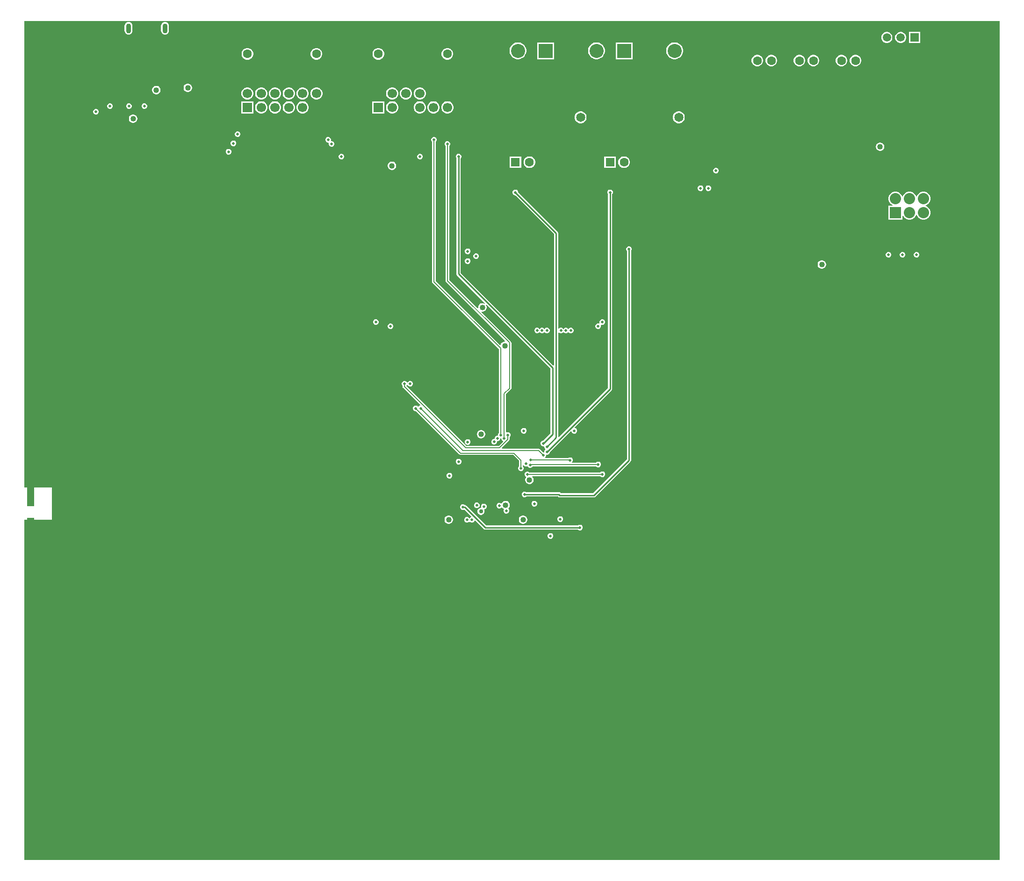
<source format=gbr>
G04*
G04 #@! TF.GenerationSoftware,Altium Limited,Altium Designer,23.2.1 (34)*
G04*
G04 Layer_Physical_Order=2*
G04 Layer_Color=36540*
%FSLAX44Y44*%
%MOMM*%
G71*
G04*
G04 #@! TF.SameCoordinates,B8F3427F-0302-4C4C-BDD2-04FEC27F4463*
G04*
G04*
G04 #@! TF.FilePolarity,Positive*
G04*
G01*
G75*
%ADD11C,0.1524*%
%ADD16C,0.2540*%
%ADD63C,1.7000*%
%ADD65C,1.6000*%
%ADD80R,2.5400X2.5400*%
%ADD81C,2.5400*%
%ADD82R,1.7000X1.7000*%
%ADD83R,1.6000X1.6000*%
%ADD84C,1.6000*%
%ADD85C,2.0320*%
%ADD86R,2.0320X2.0320*%
%ADD87R,1.5000X1.5000*%
%ADD88C,1.5000*%
%ADD89C,1.6500*%
%ADD90O,0.9000X1.8000*%
%ADD91C,5.0800*%
%ADD92C,0.5080*%
%ADD93C,1.0160*%
%ADD94C,0.7620*%
G36*
X1775961Y2039D02*
X10160D01*
Y618490D01*
X15240D01*
Y621665D01*
X27940D01*
Y618490D01*
X59690D01*
Y676910D01*
X27940D01*
Y643128D01*
X15240D01*
Y676910D01*
X10160D01*
Y1521961D01*
X1775961D01*
Y2039D01*
D02*
G37*
%LPC*%
G36*
X264710Y1520361D02*
X262872Y1520119D01*
X261160Y1519409D01*
X259689Y1518281D01*
X258561Y1516810D01*
X257851Y1515098D01*
X257609Y1513260D01*
Y1504260D01*
X257851Y1502422D01*
X258561Y1500710D01*
X259689Y1499239D01*
X261160Y1498111D01*
X262872Y1497401D01*
X264710Y1497159D01*
X266548Y1497401D01*
X268260Y1498111D01*
X269731Y1499239D01*
X270859Y1500710D01*
X271569Y1502422D01*
X271811Y1504260D01*
Y1513260D01*
X271569Y1515098D01*
X270859Y1516810D01*
X269731Y1518281D01*
X268260Y1519409D01*
X266548Y1520119D01*
X264710Y1520361D01*
D02*
G37*
G36*
X198710D02*
X196872Y1520119D01*
X195160Y1519409D01*
X193689Y1518281D01*
X192561Y1516810D01*
X191851Y1515098D01*
X191609Y1513260D01*
Y1504260D01*
X191851Y1502422D01*
X192561Y1500710D01*
X193689Y1499239D01*
X195160Y1498111D01*
X196872Y1497401D01*
X198710Y1497159D01*
X200548Y1497401D01*
X202260Y1498111D01*
X203731Y1499239D01*
X204859Y1500710D01*
X205569Y1502422D01*
X205811Y1504260D01*
Y1513260D01*
X205569Y1515098D01*
X204859Y1516810D01*
X203731Y1518281D01*
X202260Y1519409D01*
X200548Y1520119D01*
X198710Y1520361D01*
D02*
G37*
G36*
X1631830Y1502290D02*
X1611750D01*
Y1482210D01*
X1631830D01*
Y1502290D01*
D02*
G37*
G36*
X1598112D02*
X1595468D01*
X1592915Y1501606D01*
X1590625Y1500284D01*
X1588756Y1498415D01*
X1587434Y1496125D01*
X1586750Y1493572D01*
Y1490928D01*
X1587434Y1488375D01*
X1588756Y1486085D01*
X1590625Y1484216D01*
X1592915Y1482894D01*
X1595468Y1482210D01*
X1598112D01*
X1600665Y1482894D01*
X1602955Y1484216D01*
X1604824Y1486085D01*
X1606146Y1488375D01*
X1606830Y1490928D01*
Y1493572D01*
X1606146Y1496125D01*
X1604824Y1498415D01*
X1602955Y1500284D01*
X1600665Y1501606D01*
X1598112Y1502290D01*
D02*
G37*
G36*
X1573112D02*
X1570468D01*
X1567915Y1501606D01*
X1565625Y1500284D01*
X1563756Y1498415D01*
X1562434Y1496125D01*
X1561750Y1493572D01*
Y1490928D01*
X1562434Y1488375D01*
X1563756Y1486085D01*
X1565625Y1484216D01*
X1567915Y1482894D01*
X1570468Y1482210D01*
X1573112D01*
X1575665Y1482894D01*
X1577955Y1484216D01*
X1579824Y1486085D01*
X1581146Y1488375D01*
X1581830Y1490928D01*
Y1493572D01*
X1581146Y1496125D01*
X1579824Y1498415D01*
X1577955Y1500284D01*
X1575665Y1501606D01*
X1573112Y1502290D01*
D02*
G37*
G36*
X1188951Y1483360D02*
X1185949D01*
X1183005Y1482774D01*
X1180231Y1481626D01*
X1177735Y1479958D01*
X1175612Y1477835D01*
X1173944Y1475339D01*
X1172796Y1472565D01*
X1172210Y1469621D01*
Y1466619D01*
X1172796Y1463675D01*
X1173944Y1460901D01*
X1175612Y1458405D01*
X1177735Y1456282D01*
X1180231Y1454615D01*
X1183005Y1453466D01*
X1185949Y1452880D01*
X1188951D01*
X1191895Y1453466D01*
X1194669Y1454615D01*
X1197165Y1456282D01*
X1199288Y1458405D01*
X1200956Y1460901D01*
X1202104Y1463675D01*
X1202690Y1466619D01*
Y1469621D01*
X1202104Y1472565D01*
X1200956Y1475339D01*
X1199288Y1477835D01*
X1197165Y1479958D01*
X1194669Y1481626D01*
X1191895Y1482774D01*
X1188951Y1483360D01*
D02*
G37*
G36*
X1111250D02*
X1080770D01*
Y1452880D01*
X1111250D01*
Y1483360D01*
D02*
G37*
G36*
X1047473D02*
X1044471D01*
X1041527Y1482774D01*
X1038753Y1481626D01*
X1036257Y1479958D01*
X1034134Y1477835D01*
X1032467Y1475339D01*
X1031318Y1472565D01*
X1030732Y1469621D01*
Y1466619D01*
X1031318Y1463675D01*
X1032467Y1460901D01*
X1034134Y1458405D01*
X1036257Y1456282D01*
X1038753Y1454615D01*
X1041527Y1453466D01*
X1044471Y1452880D01*
X1047473D01*
X1050417Y1453466D01*
X1053191Y1454615D01*
X1055687Y1456282D01*
X1057810Y1458405D01*
X1059477Y1460901D01*
X1060626Y1463675D01*
X1061212Y1466619D01*
Y1469621D01*
X1060626Y1472565D01*
X1059477Y1475339D01*
X1057810Y1477835D01*
X1055687Y1479958D01*
X1053191Y1481626D01*
X1050417Y1482774D01*
X1047473Y1483360D01*
D02*
G37*
G36*
X969010D02*
X938530D01*
Y1452880D01*
X969010D01*
Y1483360D01*
D02*
G37*
G36*
X905233D02*
X902231D01*
X899287Y1482774D01*
X896513Y1481626D01*
X894017Y1479958D01*
X891894Y1477835D01*
X890227Y1475339D01*
X889078Y1472565D01*
X888492Y1469621D01*
Y1466619D01*
X889078Y1463675D01*
X890227Y1460901D01*
X891894Y1458405D01*
X894017Y1456282D01*
X896513Y1454615D01*
X899287Y1453466D01*
X902231Y1452880D01*
X905233D01*
X908177Y1453466D01*
X910951Y1454615D01*
X913447Y1456282D01*
X915570Y1458405D01*
X917237Y1460901D01*
X918386Y1463675D01*
X918972Y1466619D01*
Y1469621D01*
X918386Y1472565D01*
X917237Y1475339D01*
X915570Y1477835D01*
X913447Y1479958D01*
X910951Y1481626D01*
X908177Y1482774D01*
X905233Y1483360D01*
D02*
G37*
G36*
X777427Y1472990D02*
X774652D01*
X771972Y1472272D01*
X769568Y1470884D01*
X767606Y1468922D01*
X766218Y1466518D01*
X765500Y1463838D01*
Y1461062D01*
X766218Y1458382D01*
X767606Y1455978D01*
X769568Y1454016D01*
X771972Y1452628D01*
X774652Y1451910D01*
X777427D01*
X780108Y1452628D01*
X782512Y1454016D01*
X784474Y1455978D01*
X785861Y1458382D01*
X786580Y1461062D01*
Y1463838D01*
X785861Y1466518D01*
X784474Y1468922D01*
X782512Y1470884D01*
X780108Y1472272D01*
X777427Y1472990D01*
D02*
G37*
G36*
X652428D02*
X649652D01*
X646972Y1472272D01*
X644568Y1470884D01*
X642606Y1468922D01*
X641218Y1466518D01*
X640500Y1463838D01*
Y1461062D01*
X641218Y1458382D01*
X642606Y1455978D01*
X644568Y1454016D01*
X646972Y1452628D01*
X649652Y1451910D01*
X652428D01*
X655108Y1452628D01*
X657512Y1454016D01*
X659474Y1455978D01*
X660862Y1458382D01*
X661580Y1461062D01*
Y1463838D01*
X660862Y1466518D01*
X659474Y1468922D01*
X657512Y1470884D01*
X655108Y1472272D01*
X652428Y1472990D01*
D02*
G37*
G36*
X540337D02*
X537562D01*
X534882Y1472272D01*
X532478Y1470884D01*
X530516Y1468922D01*
X529128Y1466518D01*
X528410Y1463838D01*
Y1461062D01*
X529128Y1458382D01*
X530516Y1455978D01*
X532478Y1454016D01*
X534882Y1452628D01*
X537562Y1451910D01*
X540337D01*
X543018Y1452628D01*
X545421Y1454016D01*
X547384Y1455978D01*
X548771Y1458382D01*
X549490Y1461062D01*
Y1463838D01*
X548771Y1466518D01*
X547384Y1468922D01*
X545421Y1470884D01*
X543018Y1472272D01*
X540337Y1472990D01*
D02*
G37*
G36*
X415338D02*
X412562D01*
X409882Y1472272D01*
X407478Y1470884D01*
X405516Y1468922D01*
X404128Y1466518D01*
X403410Y1463838D01*
Y1461062D01*
X404128Y1458382D01*
X405516Y1455978D01*
X407478Y1454016D01*
X409882Y1452628D01*
X412562Y1451910D01*
X415338D01*
X418018Y1452628D01*
X420422Y1454016D01*
X422384Y1455978D01*
X423772Y1458382D01*
X424490Y1461062D01*
Y1463838D01*
X423772Y1466518D01*
X422384Y1468922D01*
X420422Y1470884D01*
X418018Y1472272D01*
X415338Y1472990D01*
D02*
G37*
G36*
X1516498Y1460880D02*
X1513722D01*
X1511042Y1460162D01*
X1508638Y1458774D01*
X1506676Y1456812D01*
X1505288Y1454408D01*
X1504570Y1451728D01*
Y1448952D01*
X1505288Y1446272D01*
X1506676Y1443868D01*
X1508638Y1441906D01*
X1511042Y1440518D01*
X1513722Y1439800D01*
X1516498D01*
X1519178Y1440518D01*
X1521582Y1441906D01*
X1523544Y1443868D01*
X1524932Y1446272D01*
X1525650Y1448952D01*
Y1451728D01*
X1524932Y1454408D01*
X1523544Y1456812D01*
X1521582Y1458774D01*
X1519178Y1460162D01*
X1516498Y1460880D01*
D02*
G37*
G36*
X1491098D02*
X1488322D01*
X1485642Y1460162D01*
X1483238Y1458774D01*
X1481276Y1456812D01*
X1479888Y1454408D01*
X1479170Y1451728D01*
Y1448952D01*
X1479888Y1446272D01*
X1481276Y1443868D01*
X1483238Y1441906D01*
X1485642Y1440518D01*
X1488322Y1439800D01*
X1491098D01*
X1493778Y1440518D01*
X1496182Y1441906D01*
X1498144Y1443868D01*
X1499532Y1446272D01*
X1500250Y1448952D01*
Y1451728D01*
X1499532Y1454408D01*
X1498144Y1456812D01*
X1496182Y1458774D01*
X1493778Y1460162D01*
X1491098Y1460880D01*
D02*
G37*
G36*
X1440298D02*
X1437522D01*
X1434842Y1460162D01*
X1432438Y1458774D01*
X1430476Y1456812D01*
X1429088Y1454408D01*
X1428370Y1451728D01*
Y1448952D01*
X1429088Y1446272D01*
X1430476Y1443868D01*
X1432438Y1441906D01*
X1434842Y1440518D01*
X1437522Y1439800D01*
X1440298D01*
X1442978Y1440518D01*
X1445382Y1441906D01*
X1447344Y1443868D01*
X1448732Y1446272D01*
X1449450Y1448952D01*
Y1451728D01*
X1448732Y1454408D01*
X1447344Y1456812D01*
X1445382Y1458774D01*
X1442978Y1460162D01*
X1440298Y1460880D01*
D02*
G37*
G36*
X1414898D02*
X1412122D01*
X1409442Y1460162D01*
X1407038Y1458774D01*
X1405076Y1456812D01*
X1403688Y1454408D01*
X1402970Y1451728D01*
Y1448952D01*
X1403688Y1446272D01*
X1405076Y1443868D01*
X1407038Y1441906D01*
X1409442Y1440518D01*
X1412122Y1439800D01*
X1414898D01*
X1417578Y1440518D01*
X1419982Y1441906D01*
X1421944Y1443868D01*
X1423332Y1446272D01*
X1424050Y1448952D01*
Y1451728D01*
X1423332Y1454408D01*
X1421944Y1456812D01*
X1419982Y1458774D01*
X1417578Y1460162D01*
X1414898Y1460880D01*
D02*
G37*
G36*
X1364098D02*
X1361322D01*
X1358642Y1460162D01*
X1356238Y1458774D01*
X1354276Y1456812D01*
X1352888Y1454408D01*
X1352170Y1451728D01*
Y1448952D01*
X1352888Y1446272D01*
X1354276Y1443868D01*
X1356238Y1441906D01*
X1358642Y1440518D01*
X1361322Y1439800D01*
X1364098D01*
X1366778Y1440518D01*
X1369182Y1441906D01*
X1371144Y1443868D01*
X1372532Y1446272D01*
X1373250Y1448952D01*
Y1451728D01*
X1372532Y1454408D01*
X1371144Y1456812D01*
X1369182Y1458774D01*
X1366778Y1460162D01*
X1364098Y1460880D01*
D02*
G37*
G36*
X1338698D02*
X1335922D01*
X1333242Y1460162D01*
X1330838Y1458774D01*
X1328876Y1456812D01*
X1327488Y1454408D01*
X1326770Y1451728D01*
Y1448952D01*
X1327488Y1446272D01*
X1328876Y1443868D01*
X1330838Y1441906D01*
X1333242Y1440518D01*
X1335922Y1439800D01*
X1338698D01*
X1341378Y1440518D01*
X1343782Y1441906D01*
X1345744Y1443868D01*
X1347132Y1446272D01*
X1347850Y1448952D01*
Y1451728D01*
X1347132Y1454408D01*
X1345744Y1456812D01*
X1343782Y1458774D01*
X1341378Y1460162D01*
X1338698Y1460880D01*
D02*
G37*
G36*
X307073Y1408430D02*
X305067D01*
X303129Y1407911D01*
X301391Y1406908D01*
X299972Y1405489D01*
X298969Y1403751D01*
X298450Y1401813D01*
Y1399807D01*
X298969Y1397869D01*
X299972Y1396131D01*
X301391Y1394713D01*
X303129Y1393709D01*
X305067Y1393190D01*
X307073D01*
X309011Y1393709D01*
X310749Y1394713D01*
X312167Y1396131D01*
X313171Y1397869D01*
X313690Y1399807D01*
Y1401813D01*
X313171Y1403751D01*
X312167Y1405489D01*
X310749Y1406908D01*
X309011Y1407911D01*
X307073Y1408430D01*
D02*
G37*
G36*
X249923Y1404620D02*
X247917D01*
X245979Y1404101D01*
X244241Y1403098D01*
X242822Y1401679D01*
X241819Y1399941D01*
X241300Y1398003D01*
Y1395997D01*
X241819Y1394059D01*
X242822Y1392321D01*
X244241Y1390903D01*
X245979Y1389899D01*
X247917Y1389380D01*
X249923D01*
X251861Y1389899D01*
X253599Y1390903D01*
X255018Y1392321D01*
X256021Y1394059D01*
X256540Y1395997D01*
Y1398003D01*
X256021Y1399941D01*
X255018Y1401679D01*
X253599Y1403098D01*
X251861Y1404101D01*
X249923Y1404620D01*
D02*
G37*
G36*
X727493Y1401690D02*
X724587D01*
X721779Y1400938D01*
X719261Y1399484D01*
X717206Y1397429D01*
X715752Y1394911D01*
X715000Y1392103D01*
Y1389197D01*
X715752Y1386389D01*
X717206Y1383871D01*
X719261Y1381816D01*
X721779Y1380362D01*
X724587Y1379610D01*
X727493D01*
X730301Y1380362D01*
X732819Y1381816D01*
X734874Y1383871D01*
X736328Y1386389D01*
X737080Y1389197D01*
Y1392103D01*
X736328Y1394911D01*
X734874Y1397429D01*
X732819Y1399484D01*
X730301Y1400938D01*
X727493Y1401690D01*
D02*
G37*
G36*
X702493D02*
X699587D01*
X696779Y1400938D01*
X694261Y1399484D01*
X692206Y1397429D01*
X690752Y1394911D01*
X690000Y1392103D01*
Y1389197D01*
X690752Y1386389D01*
X692206Y1383871D01*
X694261Y1381816D01*
X696779Y1380362D01*
X699587Y1379610D01*
X702493D01*
X705301Y1380362D01*
X707819Y1381816D01*
X709874Y1383871D01*
X711328Y1386389D01*
X712080Y1389197D01*
Y1392103D01*
X711328Y1394911D01*
X709874Y1397429D01*
X707819Y1399484D01*
X705301Y1400938D01*
X702493Y1401690D01*
D02*
G37*
G36*
X677493D02*
X674587D01*
X671779Y1400938D01*
X669261Y1399484D01*
X667206Y1397429D01*
X665752Y1394911D01*
X665000Y1392103D01*
Y1389197D01*
X665752Y1386389D01*
X667206Y1383871D01*
X669261Y1381816D01*
X671779Y1380362D01*
X674587Y1379610D01*
X677493D01*
X680301Y1380362D01*
X682819Y1381816D01*
X684874Y1383871D01*
X686328Y1386389D01*
X687080Y1389197D01*
Y1392103D01*
X686328Y1394911D01*
X684874Y1397429D01*
X682819Y1399484D01*
X680301Y1400938D01*
X677493Y1401690D01*
D02*
G37*
G36*
X540403D02*
X537497D01*
X534689Y1400938D01*
X532171Y1399484D01*
X530116Y1397429D01*
X528662Y1394911D01*
X527910Y1392103D01*
Y1389197D01*
X528662Y1386389D01*
X530116Y1383871D01*
X532171Y1381816D01*
X534689Y1380362D01*
X537497Y1379610D01*
X540403D01*
X543211Y1380362D01*
X545729Y1381816D01*
X547784Y1383871D01*
X549238Y1386389D01*
X549990Y1389197D01*
Y1392103D01*
X549238Y1394911D01*
X547784Y1397429D01*
X545729Y1399484D01*
X543211Y1400938D01*
X540403Y1401690D01*
D02*
G37*
G36*
X515403D02*
X512497D01*
X509689Y1400938D01*
X507171Y1399484D01*
X505116Y1397429D01*
X503662Y1394911D01*
X502910Y1392103D01*
Y1389197D01*
X503662Y1386389D01*
X505116Y1383871D01*
X507171Y1381816D01*
X509689Y1380362D01*
X512497Y1379610D01*
X515403D01*
X518211Y1380362D01*
X520729Y1381816D01*
X522784Y1383871D01*
X524238Y1386389D01*
X524990Y1389197D01*
Y1392103D01*
X524238Y1394911D01*
X522784Y1397429D01*
X520729Y1399484D01*
X518211Y1400938D01*
X515403Y1401690D01*
D02*
G37*
G36*
X490403D02*
X487497D01*
X484689Y1400938D01*
X482171Y1399484D01*
X480116Y1397429D01*
X478662Y1394911D01*
X477910Y1392103D01*
Y1389197D01*
X478662Y1386389D01*
X480116Y1383871D01*
X482171Y1381816D01*
X484689Y1380362D01*
X487497Y1379610D01*
X490403D01*
X493211Y1380362D01*
X495729Y1381816D01*
X497784Y1383871D01*
X499238Y1386389D01*
X499990Y1389197D01*
Y1392103D01*
X499238Y1394911D01*
X497784Y1397429D01*
X495729Y1399484D01*
X493211Y1400938D01*
X490403Y1401690D01*
D02*
G37*
G36*
X465403D02*
X462497D01*
X459689Y1400938D01*
X457171Y1399484D01*
X455116Y1397429D01*
X453662Y1394911D01*
X452910Y1392103D01*
Y1389197D01*
X453662Y1386389D01*
X455116Y1383871D01*
X457171Y1381816D01*
X459689Y1380362D01*
X462497Y1379610D01*
X465403D01*
X468211Y1380362D01*
X470729Y1381816D01*
X472784Y1383871D01*
X474238Y1386389D01*
X474990Y1389197D01*
Y1392103D01*
X474238Y1394911D01*
X472784Y1397429D01*
X470729Y1399484D01*
X468211Y1400938D01*
X465403Y1401690D01*
D02*
G37*
G36*
X440403D02*
X437497D01*
X434689Y1400938D01*
X432171Y1399484D01*
X430116Y1397429D01*
X428662Y1394911D01*
X427910Y1392103D01*
Y1389197D01*
X428662Y1386389D01*
X430116Y1383871D01*
X432171Y1381816D01*
X434689Y1380362D01*
X437497Y1379610D01*
X440403D01*
X443211Y1380362D01*
X445729Y1381816D01*
X447784Y1383871D01*
X449238Y1386389D01*
X449990Y1389197D01*
Y1392103D01*
X449238Y1394911D01*
X447784Y1397429D01*
X445729Y1399484D01*
X443211Y1400938D01*
X440403Y1401690D01*
D02*
G37*
G36*
X415403D02*
X412497D01*
X409689Y1400938D01*
X407171Y1399484D01*
X405116Y1397429D01*
X403662Y1394911D01*
X402910Y1392103D01*
Y1389197D01*
X403662Y1386389D01*
X405116Y1383871D01*
X407171Y1381816D01*
X409689Y1380362D01*
X412497Y1379610D01*
X415403D01*
X418211Y1380362D01*
X420729Y1381816D01*
X422784Y1383871D01*
X424238Y1386389D01*
X424990Y1389197D01*
Y1392103D01*
X424238Y1394911D01*
X422784Y1397429D01*
X420729Y1399484D01*
X418211Y1400938D01*
X415403Y1401690D01*
D02*
G37*
G36*
X228340Y1372870D02*
X226320D01*
X224452Y1372097D01*
X223023Y1370668D01*
X222250Y1368801D01*
Y1366779D01*
X223023Y1364912D01*
X224452Y1363483D01*
X226320Y1362710D01*
X228340D01*
X230208Y1363483D01*
X231637Y1364912D01*
X232410Y1366779D01*
Y1368801D01*
X231637Y1370668D01*
X230208Y1372097D01*
X228340Y1372870D01*
D02*
G37*
G36*
X200401D02*
X198379D01*
X196512Y1372097D01*
X195083Y1370668D01*
X194310Y1368801D01*
Y1366779D01*
X195083Y1364912D01*
X196512Y1363483D01*
X198379Y1362710D01*
X200401D01*
X202268Y1363483D01*
X203697Y1364912D01*
X204470Y1366779D01*
Y1368801D01*
X203697Y1370668D01*
X202268Y1372097D01*
X200401Y1372870D01*
D02*
G37*
G36*
X166110D02*
X164090D01*
X162222Y1372097D01*
X160793Y1370668D01*
X160020Y1368801D01*
Y1366779D01*
X160793Y1364912D01*
X162222Y1363483D01*
X164090Y1362710D01*
X166110D01*
X167978Y1363483D01*
X169407Y1364912D01*
X170180Y1366779D01*
Y1368801D01*
X169407Y1370668D01*
X167978Y1372097D01*
X166110Y1372870D01*
D02*
G37*
G36*
X777493Y1376690D02*
X774587D01*
X771779Y1375938D01*
X769261Y1374484D01*
X767206Y1372429D01*
X765752Y1369911D01*
X765000Y1367103D01*
Y1364197D01*
X765752Y1361389D01*
X767206Y1358871D01*
X769261Y1356816D01*
X771779Y1355362D01*
X774587Y1354610D01*
X777493D01*
X780301Y1355362D01*
X782819Y1356816D01*
X784874Y1358871D01*
X786328Y1361389D01*
X787080Y1364197D01*
Y1367103D01*
X786328Y1369911D01*
X784874Y1372429D01*
X782819Y1374484D01*
X780301Y1375938D01*
X777493Y1376690D01*
D02*
G37*
G36*
X752493D02*
X749587D01*
X746779Y1375938D01*
X744261Y1374484D01*
X742206Y1372429D01*
X740752Y1369911D01*
X740000Y1367103D01*
Y1364197D01*
X740752Y1361389D01*
X742206Y1358871D01*
X744261Y1356816D01*
X746779Y1355362D01*
X749587Y1354610D01*
X752493D01*
X755301Y1355362D01*
X757819Y1356816D01*
X759874Y1358871D01*
X761328Y1361389D01*
X762080Y1364197D01*
Y1367103D01*
X761328Y1369911D01*
X759874Y1372429D01*
X757819Y1374484D01*
X755301Y1375938D01*
X752493Y1376690D01*
D02*
G37*
G36*
X727493D02*
X724587D01*
X721779Y1375938D01*
X719261Y1374484D01*
X717206Y1372429D01*
X715752Y1369911D01*
X715000Y1367103D01*
Y1364197D01*
X715752Y1361389D01*
X717206Y1358871D01*
X719261Y1356816D01*
X721779Y1355362D01*
X724587Y1354610D01*
X727493D01*
X730301Y1355362D01*
X732819Y1356816D01*
X734874Y1358871D01*
X736328Y1361389D01*
X737080Y1364197D01*
Y1367103D01*
X736328Y1369911D01*
X734874Y1372429D01*
X732819Y1374484D01*
X730301Y1375938D01*
X727493Y1376690D01*
D02*
G37*
G36*
X677493D02*
X674587D01*
X671779Y1375938D01*
X669261Y1374484D01*
X667206Y1372429D01*
X665752Y1369911D01*
X665000Y1367103D01*
Y1364197D01*
X665752Y1361389D01*
X667206Y1358871D01*
X669261Y1356816D01*
X671779Y1355362D01*
X674587Y1354610D01*
X677493D01*
X680301Y1355362D01*
X682819Y1356816D01*
X684874Y1358871D01*
X686328Y1361389D01*
X687080Y1364197D01*
Y1367103D01*
X686328Y1369911D01*
X684874Y1372429D01*
X682819Y1374484D01*
X680301Y1375938D01*
X677493Y1376690D01*
D02*
G37*
G36*
X662080D02*
X640000D01*
Y1354610D01*
X662080D01*
Y1376690D01*
D02*
G37*
G36*
X515403D02*
X512497D01*
X509689Y1375938D01*
X507171Y1374484D01*
X505116Y1372429D01*
X503662Y1369911D01*
X502910Y1367103D01*
Y1364197D01*
X503662Y1361389D01*
X505116Y1358871D01*
X507171Y1356816D01*
X509689Y1355362D01*
X512497Y1354610D01*
X515403D01*
X518211Y1355362D01*
X520729Y1356816D01*
X522784Y1358871D01*
X524238Y1361389D01*
X524990Y1364197D01*
Y1367103D01*
X524238Y1369911D01*
X522784Y1372429D01*
X520729Y1374484D01*
X518211Y1375938D01*
X515403Y1376690D01*
D02*
G37*
G36*
X490403D02*
X487497D01*
X484689Y1375938D01*
X482171Y1374484D01*
X480116Y1372429D01*
X478662Y1369911D01*
X477910Y1367103D01*
Y1364197D01*
X478662Y1361389D01*
X480116Y1358871D01*
X482171Y1356816D01*
X484689Y1355362D01*
X487497Y1354610D01*
X490403D01*
X493211Y1355362D01*
X495729Y1356816D01*
X497784Y1358871D01*
X499238Y1361389D01*
X499990Y1364197D01*
Y1367103D01*
X499238Y1369911D01*
X497784Y1372429D01*
X495729Y1374484D01*
X493211Y1375938D01*
X490403Y1376690D01*
D02*
G37*
G36*
X465403D02*
X462497D01*
X459689Y1375938D01*
X457171Y1374484D01*
X455116Y1372429D01*
X453662Y1369911D01*
X452910Y1367103D01*
Y1364197D01*
X453662Y1361389D01*
X455116Y1358871D01*
X457171Y1356816D01*
X459689Y1355362D01*
X462497Y1354610D01*
X465403D01*
X468211Y1355362D01*
X470729Y1356816D01*
X472784Y1358871D01*
X474238Y1361389D01*
X474990Y1364197D01*
Y1367103D01*
X474238Y1369911D01*
X472784Y1372429D01*
X470729Y1374484D01*
X468211Y1375938D01*
X465403Y1376690D01*
D02*
G37*
G36*
X440403D02*
X437497D01*
X434689Y1375938D01*
X432171Y1374484D01*
X430116Y1372429D01*
X428662Y1369911D01*
X427910Y1367103D01*
Y1364197D01*
X428662Y1361389D01*
X430116Y1358871D01*
X432171Y1356816D01*
X434689Y1355362D01*
X437497Y1354610D01*
X440403D01*
X443211Y1355362D01*
X445729Y1356816D01*
X447784Y1358871D01*
X449238Y1361389D01*
X449990Y1364197D01*
Y1367103D01*
X449238Y1369911D01*
X447784Y1372429D01*
X445729Y1374484D01*
X443211Y1375938D01*
X440403Y1376690D01*
D02*
G37*
G36*
X424990D02*
X402910D01*
Y1354610D01*
X424990D01*
Y1376690D01*
D02*
G37*
G36*
X140710Y1362710D02*
X138689D01*
X136822Y1361937D01*
X135393Y1360508D01*
X134620Y1358640D01*
Y1356620D01*
X135393Y1354752D01*
X136822Y1353323D01*
X138689Y1352550D01*
X140710D01*
X142578Y1353323D01*
X144007Y1354752D01*
X144780Y1356620D01*
Y1358640D01*
X144007Y1360508D01*
X142578Y1361937D01*
X140710Y1362710D01*
D02*
G37*
G36*
X208013Y1352550D02*
X206007D01*
X204069Y1352031D01*
X202331Y1351028D01*
X200912Y1349609D01*
X199909Y1347871D01*
X199390Y1345933D01*
Y1343927D01*
X199909Y1341989D01*
X200912Y1340251D01*
X202331Y1338833D01*
X204069Y1337829D01*
X206007Y1337310D01*
X208013D01*
X209951Y1337829D01*
X211689Y1338833D01*
X213107Y1340251D01*
X214111Y1341989D01*
X214630Y1343927D01*
Y1345933D01*
X214111Y1347871D01*
X213107Y1349609D01*
X211689Y1351028D01*
X209951Y1352031D01*
X208013Y1352550D01*
D02*
G37*
G36*
X1196490Y1358260D02*
X1193650D01*
X1190905Y1357525D01*
X1188445Y1356104D01*
X1186436Y1354095D01*
X1185015Y1351635D01*
X1184280Y1348891D01*
Y1346049D01*
X1185015Y1343305D01*
X1186436Y1340845D01*
X1188445Y1338836D01*
X1190905Y1337415D01*
X1193650Y1336680D01*
X1196490D01*
X1199235Y1337415D01*
X1201695Y1338836D01*
X1203704Y1340845D01*
X1205125Y1343305D01*
X1205860Y1346049D01*
Y1348891D01*
X1205125Y1351635D01*
X1203704Y1354095D01*
X1201695Y1356104D01*
X1199235Y1357525D01*
X1196490Y1358260D01*
D02*
G37*
G36*
X1018690D02*
X1015850D01*
X1013105Y1357525D01*
X1010645Y1356104D01*
X1008636Y1354095D01*
X1007215Y1351635D01*
X1006480Y1348891D01*
Y1346049D01*
X1007215Y1343305D01*
X1008636Y1340845D01*
X1010645Y1338836D01*
X1013105Y1337415D01*
X1015850Y1336680D01*
X1018690D01*
X1021435Y1337415D01*
X1023895Y1338836D01*
X1025904Y1340845D01*
X1027325Y1343305D01*
X1028060Y1346049D01*
Y1348891D01*
X1027325Y1351635D01*
X1025904Y1354095D01*
X1023895Y1356104D01*
X1021435Y1357525D01*
X1018690Y1358260D01*
D02*
G37*
G36*
X397251Y1322070D02*
X395229D01*
X393362Y1321297D01*
X391933Y1319868D01*
X391160Y1318000D01*
Y1315979D01*
X391933Y1314112D01*
X393362Y1312683D01*
X395229Y1311910D01*
X397251D01*
X399118Y1312683D01*
X400547Y1314112D01*
X401320Y1315979D01*
Y1318000D01*
X400547Y1319868D01*
X399118Y1321297D01*
X397251Y1322070D01*
D02*
G37*
G36*
X389631Y1305560D02*
X387609D01*
X385742Y1304787D01*
X384313Y1303358D01*
X383540Y1301490D01*
Y1299469D01*
X384313Y1297602D01*
X385742Y1296173D01*
X387609Y1295400D01*
X389631D01*
X391498Y1296173D01*
X392927Y1297602D01*
X393700Y1299469D01*
Y1301490D01*
X392927Y1303358D01*
X391498Y1304787D01*
X389631Y1305560D01*
D02*
G37*
G36*
X561081Y1311910D02*
X559059D01*
X557192Y1311137D01*
X555763Y1309708D01*
X554990Y1307841D01*
Y1305820D01*
X555763Y1303952D01*
X557192Y1302523D01*
X559059Y1301750D01*
X560599D01*
X561412Y1300795D01*
X561488Y1300577D01*
X561340Y1300220D01*
Y1298199D01*
X562113Y1296332D01*
X563542Y1294903D01*
X565410Y1294130D01*
X567430D01*
X569298Y1294903D01*
X570727Y1296332D01*
X571500Y1298199D01*
Y1300220D01*
X570727Y1302088D01*
X569298Y1303517D01*
X567430Y1304290D01*
X565891D01*
X565078Y1305245D01*
X565003Y1305463D01*
X565150Y1305820D01*
Y1307841D01*
X564377Y1309708D01*
X562948Y1311137D01*
X561081Y1311910D01*
D02*
G37*
G36*
X1560563Y1301750D02*
X1558557D01*
X1556619Y1301231D01*
X1554881Y1300228D01*
X1553463Y1298809D01*
X1552459Y1297071D01*
X1551940Y1295133D01*
Y1293127D01*
X1552459Y1291189D01*
X1553463Y1289451D01*
X1554881Y1288033D01*
X1556619Y1287029D01*
X1558557Y1286510D01*
X1560563D01*
X1562501Y1287029D01*
X1564239Y1288033D01*
X1565658Y1289451D01*
X1566661Y1291189D01*
X1567180Y1293127D01*
Y1295133D01*
X1566661Y1297071D01*
X1565658Y1298809D01*
X1564239Y1300228D01*
X1562501Y1301231D01*
X1560563Y1301750D01*
D02*
G37*
G36*
X380741Y1290320D02*
X378719D01*
X376852Y1289547D01*
X375423Y1288118D01*
X374650Y1286250D01*
Y1284229D01*
X375423Y1282362D01*
X376852Y1280933D01*
X378719Y1280160D01*
X380741D01*
X382608Y1280933D01*
X384037Y1282362D01*
X384810Y1284229D01*
Y1286250D01*
X384037Y1288118D01*
X382608Y1289547D01*
X380741Y1290320D01*
D02*
G37*
G36*
X727450Y1281430D02*
X725430D01*
X723562Y1280657D01*
X722133Y1279228D01*
X721360Y1277361D01*
Y1275340D01*
X722133Y1273472D01*
X723562Y1272043D01*
X725430Y1271270D01*
X727450D01*
X729318Y1272043D01*
X730747Y1273472D01*
X731520Y1275340D01*
Y1277361D01*
X730747Y1279228D01*
X729318Y1280657D01*
X727450Y1281430D01*
D02*
G37*
G36*
X585210D02*
X583190D01*
X581322Y1280657D01*
X579893Y1279228D01*
X579120Y1277361D01*
Y1275340D01*
X579893Y1273472D01*
X581322Y1272043D01*
X583190Y1271270D01*
X585210D01*
X587078Y1272043D01*
X588507Y1273472D01*
X589280Y1275340D01*
Y1277361D01*
X588507Y1279228D01*
X587078Y1280657D01*
X585210Y1281430D01*
D02*
G37*
G36*
X1097398Y1276730D02*
X1094622D01*
X1091942Y1276012D01*
X1089538Y1274624D01*
X1087576Y1272662D01*
X1086188Y1270258D01*
X1085470Y1267578D01*
Y1264802D01*
X1086188Y1262122D01*
X1087576Y1259718D01*
X1089538Y1257756D01*
X1091942Y1256368D01*
X1094622Y1255650D01*
X1097398D01*
X1100078Y1256368D01*
X1102482Y1257756D01*
X1104444Y1259718D01*
X1105832Y1262122D01*
X1106550Y1264802D01*
Y1267578D01*
X1105832Y1270258D01*
X1104444Y1272662D01*
X1102482Y1274624D01*
X1100078Y1276012D01*
X1097398Y1276730D01*
D02*
G37*
G36*
X1081150D02*
X1060070D01*
Y1255650D01*
X1081150D01*
Y1276730D01*
D02*
G37*
G36*
X925948D02*
X923172D01*
X920492Y1276012D01*
X918088Y1274624D01*
X916126Y1272662D01*
X914738Y1270258D01*
X914020Y1267578D01*
Y1264802D01*
X914738Y1262122D01*
X916126Y1259718D01*
X918088Y1257756D01*
X920492Y1256368D01*
X923172Y1255650D01*
X925948D01*
X928628Y1256368D01*
X931032Y1257756D01*
X932994Y1259718D01*
X934382Y1262122D01*
X935100Y1264802D01*
Y1267578D01*
X934382Y1270258D01*
X932994Y1272662D01*
X931032Y1274624D01*
X928628Y1276012D01*
X925948Y1276730D01*
D02*
G37*
G36*
X909700D02*
X888620D01*
Y1255650D01*
X909700D01*
Y1276730D01*
D02*
G37*
G36*
X676643Y1267460D02*
X674637D01*
X672699Y1266941D01*
X670961Y1265938D01*
X669542Y1264519D01*
X668539Y1262781D01*
X668020Y1260843D01*
Y1258837D01*
X668539Y1256899D01*
X669542Y1255161D01*
X670961Y1253743D01*
X672699Y1252739D01*
X674637Y1252220D01*
X676643D01*
X678581Y1252739D01*
X680319Y1253743D01*
X681738Y1255161D01*
X682741Y1256899D01*
X683260Y1258837D01*
Y1260843D01*
X682741Y1262781D01*
X681738Y1264519D01*
X680319Y1265938D01*
X678581Y1266941D01*
X676643Y1267460D01*
D02*
G37*
G36*
X1263391Y1256030D02*
X1261369D01*
X1259502Y1255257D01*
X1258073Y1253828D01*
X1257300Y1251961D01*
Y1249939D01*
X1258073Y1248072D01*
X1259502Y1246643D01*
X1261369Y1245870D01*
X1263391D01*
X1265258Y1246643D01*
X1266687Y1248072D01*
X1267460Y1249939D01*
Y1251961D01*
X1266687Y1253828D01*
X1265258Y1255257D01*
X1263391Y1256030D01*
D02*
G37*
G36*
X1249420Y1224280D02*
X1247400D01*
X1245532Y1223507D01*
X1244103Y1222078D01*
X1243330Y1220210D01*
Y1218189D01*
X1244103Y1216322D01*
X1245532Y1214893D01*
X1247400Y1214120D01*
X1249420D01*
X1251288Y1214893D01*
X1252717Y1216322D01*
X1253490Y1218189D01*
Y1220210D01*
X1252717Y1222078D01*
X1251288Y1223507D01*
X1249420Y1224280D01*
D02*
G37*
G36*
X1235451D02*
X1233429D01*
X1231562Y1223507D01*
X1230133Y1222078D01*
X1229360Y1220210D01*
Y1218189D01*
X1230133Y1216322D01*
X1231562Y1214893D01*
X1233429Y1214120D01*
X1235451D01*
X1237318Y1214893D01*
X1238747Y1216322D01*
X1239520Y1218189D01*
Y1220210D01*
X1238747Y1222078D01*
X1237318Y1223507D01*
X1235451Y1224280D01*
D02*
G37*
G36*
X1639972Y1212850D02*
X1636628D01*
X1633398Y1211984D01*
X1630502Y1210312D01*
X1628138Y1207948D01*
X1626465Y1205052D01*
X1626235Y1204192D01*
X1624965D01*
X1624734Y1205052D01*
X1623062Y1207948D01*
X1620698Y1210312D01*
X1617802Y1211984D01*
X1614572Y1212850D01*
X1611228D01*
X1607998Y1211984D01*
X1605102Y1210312D01*
X1602737Y1207948D01*
X1601066Y1205052D01*
X1600835Y1204192D01*
X1599565D01*
X1599335Y1205052D01*
X1597663Y1207948D01*
X1595298Y1210312D01*
X1592402Y1211984D01*
X1589172Y1212850D01*
X1585828D01*
X1582598Y1211984D01*
X1579702Y1210312D01*
X1577337Y1207948D01*
X1575665Y1205052D01*
X1574800Y1201822D01*
Y1198478D01*
X1575665Y1195248D01*
X1577337Y1192352D01*
X1579702Y1189987D01*
X1581897Y1188720D01*
X1581557Y1187450D01*
X1574800D01*
Y1162050D01*
X1600200D01*
Y1168807D01*
X1601470Y1169147D01*
X1602737Y1166952D01*
X1605102Y1164587D01*
X1607998Y1162915D01*
X1611228Y1162050D01*
X1614572D01*
X1617802Y1162915D01*
X1620698Y1164587D01*
X1623062Y1166952D01*
X1624734Y1169848D01*
X1624965Y1170708D01*
X1626235D01*
X1626465Y1169848D01*
X1628138Y1166952D01*
X1630502Y1164587D01*
X1633398Y1162915D01*
X1636628Y1162050D01*
X1639972D01*
X1643202Y1162915D01*
X1646098Y1164587D01*
X1648463Y1166952D01*
X1650134Y1169848D01*
X1651000Y1173078D01*
Y1176422D01*
X1650134Y1179652D01*
X1648463Y1182548D01*
X1646098Y1184912D01*
X1643202Y1186584D01*
X1642342Y1186815D01*
Y1188085D01*
X1643202Y1188316D01*
X1646098Y1189987D01*
X1648463Y1192352D01*
X1650134Y1195248D01*
X1651000Y1198478D01*
Y1201822D01*
X1650134Y1205052D01*
X1648463Y1207948D01*
X1646098Y1210312D01*
X1643202Y1211984D01*
X1639972Y1212850D01*
D02*
G37*
G36*
X813811Y1109980D02*
X811789D01*
X809922Y1109207D01*
X808493Y1107778D01*
X807720Y1105910D01*
Y1103889D01*
X808493Y1102022D01*
X809922Y1100593D01*
X811789Y1099820D01*
X813811D01*
X815678Y1100593D01*
X817107Y1102022D01*
X817880Y1103889D01*
Y1105910D01*
X817107Y1107778D01*
X815678Y1109207D01*
X813811Y1109980D01*
D02*
G37*
G36*
X1626611Y1103630D02*
X1624590D01*
X1622722Y1102857D01*
X1621293Y1101428D01*
X1620520Y1099560D01*
Y1097540D01*
X1621293Y1095672D01*
X1622722Y1094243D01*
X1624590Y1093470D01*
X1626611D01*
X1628478Y1094243D01*
X1629907Y1095672D01*
X1630680Y1097540D01*
Y1099560D01*
X1629907Y1101428D01*
X1628478Y1102857D01*
X1626611Y1103630D01*
D02*
G37*
G36*
X1601210D02*
X1599189D01*
X1597322Y1102857D01*
X1595893Y1101428D01*
X1595120Y1099560D01*
Y1097540D01*
X1595893Y1095672D01*
X1597322Y1094243D01*
X1599189Y1093470D01*
X1601210D01*
X1603078Y1094243D01*
X1604507Y1095672D01*
X1605280Y1097540D01*
Y1099560D01*
X1604507Y1101428D01*
X1603078Y1102857D01*
X1601210Y1103630D01*
D02*
G37*
G36*
X1575811D02*
X1573790D01*
X1571922Y1102857D01*
X1570493Y1101428D01*
X1569720Y1099560D01*
Y1097540D01*
X1570493Y1095672D01*
X1571922Y1094243D01*
X1573790Y1093470D01*
X1575811D01*
X1577678Y1094243D01*
X1579107Y1095672D01*
X1579880Y1097540D01*
Y1099560D01*
X1579107Y1101428D01*
X1577678Y1102857D01*
X1575811Y1103630D01*
D02*
G37*
G36*
X829051Y1101090D02*
X827029D01*
X825162Y1100317D01*
X823733Y1098888D01*
X822960Y1097020D01*
Y1094999D01*
X823733Y1093132D01*
X825162Y1091703D01*
X827029Y1090930D01*
X829051D01*
X830918Y1091703D01*
X832347Y1093132D01*
X833120Y1094999D01*
Y1097020D01*
X832347Y1098888D01*
X830918Y1100317D01*
X829051Y1101090D01*
D02*
G37*
G36*
X813811Y1092200D02*
X811789D01*
X809922Y1091427D01*
X808493Y1089998D01*
X807720Y1088130D01*
Y1086109D01*
X808493Y1084242D01*
X809922Y1082813D01*
X811789Y1082040D01*
X813811D01*
X815678Y1082813D01*
X817107Y1084242D01*
X817880Y1086109D01*
Y1088130D01*
X817107Y1089998D01*
X815678Y1091427D01*
X813811Y1092200D01*
D02*
G37*
G36*
X1455153Y1088390D02*
X1453147D01*
X1451209Y1087871D01*
X1449471Y1086868D01*
X1448053Y1085449D01*
X1447049Y1083711D01*
X1446530Y1081773D01*
Y1079767D01*
X1447049Y1077829D01*
X1448053Y1076091D01*
X1449471Y1074672D01*
X1451209Y1073669D01*
X1453147Y1073150D01*
X1455153D01*
X1457091Y1073669D01*
X1458829Y1074672D01*
X1460247Y1076091D01*
X1461251Y1077829D01*
X1461770Y1079767D01*
Y1081773D01*
X1461251Y1083711D01*
X1460247Y1085449D01*
X1458829Y1086868D01*
X1457091Y1087871D01*
X1455153Y1088390D01*
D02*
G37*
G36*
X1057651Y981710D02*
X1055630D01*
X1053762Y980937D01*
X1052333Y979508D01*
X1051560Y977641D01*
Y975620D01*
X1051954Y974668D01*
X1050982Y973696D01*
X1050031Y974090D01*
X1048009D01*
X1046142Y973317D01*
X1044713Y971888D01*
X1043940Y970021D01*
Y967999D01*
X1044713Y966132D01*
X1046142Y964703D01*
X1048009Y963930D01*
X1050031D01*
X1051898Y964703D01*
X1053327Y966132D01*
X1054100Y967999D01*
Y970021D01*
X1053706Y970972D01*
X1054678Y971944D01*
X1055630Y971550D01*
X1057651D01*
X1059518Y972323D01*
X1060947Y973752D01*
X1061720Y975620D01*
Y977641D01*
X1060947Y979508D01*
X1059518Y980937D01*
X1057651Y981710D01*
D02*
G37*
G36*
X647440D02*
X645419D01*
X643552Y980937D01*
X642123Y979508D01*
X641350Y977641D01*
Y975620D01*
X642123Y973752D01*
X643552Y972323D01*
X645419Y971550D01*
X647440D01*
X649308Y972323D01*
X650737Y973752D01*
X651510Y975620D01*
Y977641D01*
X650737Y979508D01*
X649308Y980937D01*
X647440Y981710D01*
D02*
G37*
G36*
X957320Y966470D02*
X955300D01*
X953432Y965697D01*
X952695Y964959D01*
X951865Y964366D01*
X951035Y964959D01*
X950298Y965697D01*
X948430Y966470D01*
X946410D01*
X944542Y965697D01*
X943805Y964959D01*
X942975Y964366D01*
X942145Y964959D01*
X941408Y965697D01*
X939540Y966470D01*
X937520D01*
X935652Y965697D01*
X934223Y964268D01*
X933450Y962401D01*
Y960379D01*
X934223Y958512D01*
X935652Y957083D01*
X937520Y956310D01*
X939540D01*
X941408Y957083D01*
X942145Y957821D01*
X942975Y958414D01*
X943805Y957821D01*
X944542Y957083D01*
X946410Y956310D01*
X948430D01*
X950298Y957083D01*
X951035Y957821D01*
X951865Y958414D01*
X952695Y957821D01*
X953432Y957083D01*
X955300Y956310D01*
X957320D01*
X959188Y957083D01*
X960617Y958512D01*
X961390Y960379D01*
Y962401D01*
X960617Y964268D01*
X959188Y965697D01*
X957320Y966470D01*
D02*
G37*
G36*
X674110Y974090D02*
X672089D01*
X670222Y973317D01*
X668793Y971888D01*
X668020Y970021D01*
Y967999D01*
X668793Y966132D01*
X670222Y964703D01*
X672089Y963930D01*
X674110D01*
X675978Y964703D01*
X677407Y966132D01*
X678180Y967999D01*
Y970021D01*
X677407Y971888D01*
X675978Y973317D01*
X674110Y974090D01*
D02*
G37*
G36*
X752850Y1311910D02*
X750829D01*
X748962Y1311137D01*
X747533Y1309708D01*
X746760Y1307841D01*
Y1305820D01*
X747533Y1303952D01*
X748473Y1303013D01*
Y1049866D01*
X748730Y1048578D01*
X749459Y1047486D01*
X869123Y927822D01*
Y775977D01*
X868183Y775038D01*
X867410Y773170D01*
Y771150D01*
X867237Y770890D01*
X865638D01*
X863770Y770117D01*
X862341Y768688D01*
X861568Y766821D01*
Y764802D01*
X859796D01*
X857928Y764029D01*
X856499Y762600D01*
X855726Y760732D01*
Y758711D01*
X856499Y756844D01*
X857928Y755415D01*
X859796Y754642D01*
X861816D01*
X863684Y755415D01*
X865113Y756844D01*
X865886Y758711D01*
Y760730D01*
X867658D01*
X869526Y761503D01*
X870955Y762932D01*
X871728Y764799D01*
Y766249D01*
X872312Y766619D01*
X873718Y766099D01*
X873760Y765907D01*
Y764799D01*
X874533Y762932D01*
X875962Y761503D01*
X876371Y761334D01*
X876619Y760088D01*
X869197Y752667D01*
X810385D01*
X701933Y861118D01*
X702807Y861992D01*
X702945Y862327D01*
X704215D01*
X704353Y861992D01*
X705782Y860563D01*
X707650Y859790D01*
X709670D01*
X711538Y860563D01*
X712967Y861992D01*
X713740Y863859D01*
Y865881D01*
X712967Y867748D01*
X711538Y869177D01*
X709670Y869950D01*
X707650D01*
X705782Y869177D01*
X704353Y867748D01*
X704215Y867413D01*
X702945D01*
X702807Y867748D01*
X701378Y869177D01*
X699510Y869950D01*
X697489D01*
X695622Y869177D01*
X694193Y867748D01*
X693420Y865881D01*
Y863859D01*
X694193Y861992D01*
X695133Y861052D01*
Y859790D01*
X695390Y858502D01*
X696119Y857409D01*
X726855Y826673D01*
X726369Y825363D01*
X724832Y824727D01*
X724095Y823989D01*
X723265Y823396D01*
X722435Y823989D01*
X721698Y824727D01*
X719830Y825500D01*
X717810D01*
X715942Y824727D01*
X714513Y823298D01*
X713740Y821431D01*
Y819409D01*
X714513Y817542D01*
X715942Y816113D01*
X717810Y815340D01*
X719139D01*
X797719Y736759D01*
X798812Y736030D01*
X800100Y735773D01*
X895226D01*
X905953Y725045D01*
Y715526D01*
X905013Y714586D01*
X904240Y712719D01*
Y710697D01*
X905013Y708830D01*
X906442Y707401D01*
X908309Y706628D01*
X910331D01*
X912198Y707401D01*
X913627Y708830D01*
X914400Y710697D01*
Y712719D01*
X913627Y714586D01*
X912687Y715526D01*
Y716831D01*
X913681Y717143D01*
X913957Y717159D01*
X915332Y715783D01*
X917199Y715010D01*
X919221D01*
X921067Y715775D01*
X921523Y714672D01*
X922952Y713243D01*
X924819Y712470D01*
X926841D01*
X928708Y713243D01*
X930137Y714672D01*
X930197Y714818D01*
X1045837D01*
X1046142Y714513D01*
X1048009Y713740D01*
X1050031D01*
X1051898Y714513D01*
X1053327Y715942D01*
X1054100Y717810D01*
Y719830D01*
X1053327Y721698D01*
X1051898Y723127D01*
X1050031Y723900D01*
X1048009D01*
X1046142Y723127D01*
X1044713Y721698D01*
X1044653Y721552D01*
X1002312D01*
X1001786Y722822D01*
X1002527Y723562D01*
X1003300Y725430D01*
Y727450D01*
X1002527Y729318D01*
X1001098Y730747D01*
X999230Y731520D01*
X997209D01*
X995342Y730747D01*
X994528Y729932D01*
X953405D01*
X953184Y730358D01*
X953016Y731202D01*
X954267Y732452D01*
X955040Y734320D01*
Y735427D01*
X955253Y736387D01*
X956213Y736600D01*
X957320D01*
X959188Y737373D01*
X960617Y738802D01*
X961390Y740669D01*
Y741266D01*
X999587Y779463D01*
X1000760Y778977D01*
Y778770D01*
X1001533Y776902D01*
X1002962Y775473D01*
X1004829Y774700D01*
X1006851D01*
X1008718Y775473D01*
X1010147Y776902D01*
X1010920Y778770D01*
Y780790D01*
X1010147Y782658D01*
X1008718Y784087D01*
X1006851Y784860D01*
X1006643D01*
X1006157Y786033D01*
X1073357Y853233D01*
X1074199Y854493D01*
X1074495Y855980D01*
Y1208280D01*
X1074917Y1208702D01*
X1075690Y1210570D01*
Y1212590D01*
X1074917Y1214458D01*
X1073488Y1215887D01*
X1071620Y1216660D01*
X1069600D01*
X1067732Y1215887D01*
X1066303Y1214458D01*
X1065530Y1212590D01*
Y1210570D01*
X1066303Y1208702D01*
X1066725Y1208280D01*
Y857589D01*
X977878Y768742D01*
X976705Y769228D01*
Y957415D01*
X977975Y957941D01*
X978832Y957083D01*
X980699Y956310D01*
X982720D01*
X984588Y957083D01*
X985325Y957821D01*
X986202Y958380D01*
X986985Y957821D01*
X987767Y957038D01*
X989635Y956265D01*
X991656D01*
X993523Y957038D01*
X994260Y957776D01*
X995090Y958368D01*
X995920Y957776D01*
X996657Y957038D01*
X998525Y956265D01*
X1000546D01*
X1002413Y957038D01*
X1003842Y958467D01*
X1004615Y960334D01*
Y962355D01*
X1003842Y964222D01*
X1002413Y965651D01*
X1000546Y966425D01*
X998525D01*
X996657Y965651D01*
X995920Y964914D01*
X995090Y964321D01*
X994260Y964914D01*
X993523Y965651D01*
X991656Y966425D01*
X989635D01*
X987767Y965651D01*
X987030Y964914D01*
X986153Y964355D01*
X985370Y964914D01*
X984588Y965697D01*
X982720Y966470D01*
X980699D01*
X978832Y965697D01*
X977975Y964839D01*
X976705Y965365D01*
Y1137920D01*
X976409Y1139407D01*
X975567Y1140667D01*
X904240Y1211994D01*
Y1212590D01*
X903467Y1214458D01*
X902038Y1215887D01*
X900171Y1216660D01*
X898149D01*
X896282Y1215887D01*
X894853Y1214458D01*
X894080Y1212590D01*
Y1210570D01*
X894853Y1208702D01*
X896282Y1207273D01*
X898149Y1206500D01*
X898746D01*
X968935Y1136311D01*
Y898768D01*
X967762Y898282D01*
X800175Y1065869D01*
Y1273050D01*
X800597Y1273472D01*
X801370Y1275340D01*
Y1277361D01*
X800597Y1279228D01*
X799168Y1280657D01*
X797300Y1281430D01*
X795279D01*
X793412Y1280657D01*
X791983Y1279228D01*
X791210Y1277361D01*
Y1275340D01*
X791983Y1273472D01*
X792405Y1273050D01*
Y1064260D01*
X792701Y1062773D01*
X793543Y1061513D01*
X844350Y1010706D01*
X843570Y1009690D01*
X842510Y1010302D01*
X840572Y1010822D01*
X838565D01*
X836627Y1010302D01*
X834890Y1009299D01*
X833471Y1007880D01*
X832468Y1006143D01*
X831948Y1004205D01*
Y1002198D01*
X831970Y1002117D01*
X830832Y1001460D01*
X779337Y1052954D01*
Y1295392D01*
X780277Y1296332D01*
X781050Y1298199D01*
Y1300220D01*
X780277Y1302088D01*
X778848Y1303517D01*
X776981Y1304290D01*
X774959D01*
X773092Y1303517D01*
X771663Y1302088D01*
X770890Y1300220D01*
Y1298199D01*
X771663Y1296332D01*
X772603Y1295392D01*
Y1051560D01*
X772860Y1050272D01*
X773589Y1049179D01*
X880429Y942340D01*
X879903Y941070D01*
X879107D01*
X877169Y940551D01*
X875431Y939548D01*
X874013Y938129D01*
X873009Y936391D01*
X872769Y935494D01*
X871352Y935115D01*
X755207Y1051261D01*
Y1303013D01*
X756147Y1303952D01*
X756920Y1305820D01*
Y1307841D01*
X756147Y1309708D01*
X754718Y1311137D01*
X752850Y1311910D01*
D02*
G37*
G36*
X838202Y781050D02*
X836196D01*
X834258Y780531D01*
X832520Y779528D01*
X831102Y778109D01*
X830098Y776371D01*
X829579Y774433D01*
Y772427D01*
X830098Y770489D01*
X831102Y768751D01*
X832520Y767333D01*
X834258Y766329D01*
X836196Y765810D01*
X838202D01*
X840140Y766329D01*
X841878Y767333D01*
X843297Y768751D01*
X844300Y770489D01*
X844819Y772427D01*
Y774433D01*
X844300Y776371D01*
X843297Y778109D01*
X841878Y779528D01*
X840140Y780531D01*
X838202Y781050D01*
D02*
G37*
G36*
X813811Y764540D02*
X811789D01*
X809922Y763767D01*
X808493Y762338D01*
X807720Y760471D01*
Y758449D01*
X808493Y756582D01*
X809922Y755153D01*
X811789Y754380D01*
X813811D01*
X815678Y755153D01*
X817107Y756582D01*
X817880Y758449D01*
Y760471D01*
X817107Y762338D01*
X815678Y763767D01*
X813811Y764540D01*
D02*
G37*
G36*
X797300Y728980D02*
X795279D01*
X793412Y728207D01*
X791983Y726778D01*
X791210Y724911D01*
Y722889D01*
X791983Y721022D01*
X793412Y719593D01*
X795279Y718820D01*
X797300D01*
X799168Y719593D01*
X800597Y721022D01*
X801370Y722889D01*
Y724911D01*
X800597Y726778D01*
X799168Y728207D01*
X797300Y728980D01*
D02*
G37*
G36*
X1057651Y706120D02*
X1055630D01*
X1053762Y705347D01*
X1052698Y704282D01*
X924692D01*
X923877Y705097D01*
X922010Y705870D01*
X919989D01*
X918122Y705097D01*
X916693Y703668D01*
X915920Y701801D01*
Y699780D01*
X916693Y697913D01*
X917857Y696749D01*
X918135Y696202D01*
X918187Y695082D01*
X917459Y693821D01*
X916940Y691883D01*
Y689877D01*
X917459Y687939D01*
X918463Y686201D01*
X919881Y684782D01*
X921619Y683779D01*
X923557Y683260D01*
X925563D01*
X927501Y683779D01*
X929239Y684782D01*
X930658Y686201D01*
X931661Y687939D01*
X932180Y689877D01*
Y691883D01*
X931661Y693821D01*
X930658Y695559D01*
X929938Y696278D01*
X930464Y697548D01*
X1052947D01*
X1053762Y696733D01*
X1055630Y695960D01*
X1057651D01*
X1059518Y696733D01*
X1060947Y698162D01*
X1061720Y700030D01*
Y702050D01*
X1060947Y703918D01*
X1059518Y705347D01*
X1057651Y706120D01*
D02*
G37*
G36*
X780790Y703580D02*
X778770D01*
X776902Y702807D01*
X775473Y701378D01*
X774700Y699510D01*
Y697489D01*
X775473Y695622D01*
X776902Y694193D01*
X778770Y693420D01*
X780790D01*
X782658Y694193D01*
X784087Y695622D01*
X784860Y697489D01*
Y699510D01*
X784087Y701378D01*
X782658Y702807D01*
X780790Y703580D01*
D02*
G37*
G36*
X1105910Y1113790D02*
X1103889D01*
X1102022Y1113017D01*
X1100593Y1111588D01*
X1099820Y1109721D01*
Y1107700D01*
X1100593Y1105832D01*
X1101015Y1105410D01*
Y728049D01*
X1039791Y666825D01*
X981250D01*
X980863Y667211D01*
X979603Y668053D01*
X978117Y668349D01*
X918970D01*
X918548Y668771D01*
X916681Y669544D01*
X914660D01*
X912792Y668771D01*
X911363Y667342D01*
X910590Y665474D01*
Y663454D01*
X911363Y661586D01*
X912792Y660157D01*
X914660Y659384D01*
X916681D01*
X918548Y660157D01*
X918970Y660579D01*
X976508D01*
X976894Y660193D01*
X978154Y659351D01*
X979641Y659055D01*
X1041400D01*
X1042887Y659351D01*
X1044147Y660193D01*
X1107647Y723693D01*
X1108489Y724953D01*
X1108785Y726440D01*
Y1105410D01*
X1109207Y1105832D01*
X1109980Y1107700D01*
Y1109721D01*
X1109207Y1111588D01*
X1107778Y1113017D01*
X1105910Y1113790D01*
D02*
G37*
G36*
X882383Y652780D02*
X880377D01*
X878439Y652261D01*
X876701Y651257D01*
X875283Y649839D01*
X874440Y648380D01*
X873076Y647949D01*
X872828Y648197D01*
X870960Y648970D01*
X868940D01*
X867072Y648197D01*
X865643Y646768D01*
X864870Y644901D01*
Y642879D01*
X865643Y641012D01*
X867072Y639583D01*
X868940Y638810D01*
X870960D01*
X872828Y639583D01*
X873783Y640539D01*
X875236Y640483D01*
X875334Y640430D01*
X876701Y639062D01*
X877398Y638660D01*
X878343Y637878D01*
X877570Y636011D01*
Y633989D01*
X878343Y632122D01*
X879772Y630693D01*
X881639Y629920D01*
X883661D01*
X885528Y630693D01*
X886957Y632122D01*
X887730Y633989D01*
Y636011D01*
X886957Y637878D01*
X886754Y638080D01*
X886813Y639817D01*
X887477Y640481D01*
X888481Y642219D01*
X889000Y644157D01*
Y646163D01*
X888481Y648101D01*
X887477Y649839D01*
X886059Y651257D01*
X884321Y652261D01*
X882383Y652780D01*
D02*
G37*
G36*
X934461D02*
X932439D01*
X930572Y652007D01*
X929143Y650578D01*
X928370Y648710D01*
Y646690D01*
X929143Y644822D01*
X930572Y643393D01*
X932439Y642620D01*
X934461D01*
X936328Y643393D01*
X937757Y644822D01*
X938530Y646690D01*
Y648710D01*
X937757Y650578D01*
X936328Y652007D01*
X934461Y652780D01*
D02*
G37*
G36*
X830324Y649553D02*
X828303D01*
X826436Y648779D01*
X825007Y647350D01*
X824234Y645483D01*
Y643462D01*
X825007Y641595D01*
X826436Y640166D01*
X828303Y639393D01*
X830324D01*
X832191Y640166D01*
X833620Y641595D01*
X834394Y643462D01*
Y645483D01*
X833620Y647350D01*
X832191Y648779D01*
X830324Y649553D01*
D02*
G37*
G36*
X843020Y647700D02*
X841000D01*
X839132Y646927D01*
X837703Y645498D01*
X836930Y643631D01*
Y641609D01*
X837125Y641140D01*
X836419Y640084D01*
X835671D01*
X833337Y639117D01*
X831551Y637331D01*
X830584Y634997D01*
Y632471D01*
X831551Y630137D01*
X833337Y628350D01*
X835671Y627384D01*
X838197D01*
X840531Y628350D01*
X842317Y630137D01*
X843284Y632471D01*
Y634997D01*
X842757Y636270D01*
X842810Y636527D01*
X843520Y637747D01*
X844888Y638313D01*
X846317Y639742D01*
X847090Y641609D01*
Y643631D01*
X846317Y645498D01*
X844888Y646927D01*
X843020Y647700D01*
D02*
G37*
G36*
X804921Y646430D02*
X802899D01*
X801032Y645657D01*
X799603Y644228D01*
X798830Y642361D01*
Y640340D01*
X799603Y638472D01*
X801032Y637043D01*
X802899Y636270D01*
X804921D01*
X806608Y636969D01*
X819087Y624489D01*
X818741Y623039D01*
X817542Y622543D01*
X816805Y621805D01*
X815975Y621212D01*
X815145Y621805D01*
X814408Y622543D01*
X812541Y623316D01*
X810519D01*
X808652Y622543D01*
X807223Y621114D01*
X806450Y619246D01*
Y617225D01*
X807223Y615358D01*
X808652Y613929D01*
X810519Y613156D01*
X812541D01*
X814408Y613929D01*
X815145Y614667D01*
X815975Y615260D01*
X816805Y614667D01*
X817542Y613929D01*
X819409Y613156D01*
X821431D01*
X823298Y613929D01*
X824727Y615358D01*
X825223Y616557D01*
X826673Y616903D01*
X841803Y601773D01*
X843063Y600931D01*
X844550Y600635D01*
X1012700D01*
X1013122Y600213D01*
X1014989Y599440D01*
X1017010D01*
X1018878Y600213D01*
X1020307Y601642D01*
X1021080Y603509D01*
Y605531D01*
X1020307Y607398D01*
X1018878Y608827D01*
X1017010Y609600D01*
X1014989D01*
X1013122Y608827D01*
X1012700Y608405D01*
X846159D01*
X810467Y644097D01*
X809207Y644939D01*
X807720Y645235D01*
X807210D01*
X806788Y645657D01*
X804921Y646430D01*
D02*
G37*
G36*
X981451Y624840D02*
X979429D01*
X977562Y624067D01*
X976133Y622638D01*
X975360Y620770D01*
Y618750D01*
X976133Y616882D01*
X977562Y615453D01*
X979429Y614680D01*
X981451D01*
X983318Y615453D01*
X984747Y616882D01*
X985520Y618750D01*
Y620770D01*
X984747Y622638D01*
X983318Y624067D01*
X981451Y624840D01*
D02*
G37*
G36*
X914133Y626110D02*
X912127D01*
X910189Y625591D01*
X908451Y624588D01*
X907032Y623169D01*
X906029Y621431D01*
X905510Y619493D01*
Y617487D01*
X906029Y615549D01*
X907032Y613811D01*
X908451Y612393D01*
X910189Y611389D01*
X912127Y610870D01*
X914133D01*
X916071Y611389D01*
X917809Y612393D01*
X919228Y613811D01*
X920231Y615549D01*
X920750Y617487D01*
Y619493D01*
X920231Y621431D01*
X919228Y623169D01*
X917809Y624588D01*
X916071Y625591D01*
X914133Y626110D01*
D02*
G37*
G36*
X779513D02*
X777507D01*
X775569Y625591D01*
X773831Y624588D01*
X772412Y623169D01*
X771409Y621431D01*
X770890Y619493D01*
Y617487D01*
X771409Y615549D01*
X772412Y613811D01*
X773831Y612393D01*
X775569Y611389D01*
X777507Y610870D01*
X779513D01*
X781451Y611389D01*
X783189Y612393D01*
X784607Y613811D01*
X785611Y615549D01*
X786130Y617487D01*
Y619493D01*
X785611Y621431D01*
X784607Y623169D01*
X783189Y624588D01*
X781451Y625591D01*
X779513Y626110D01*
D02*
G37*
G36*
X963671Y594360D02*
X961649D01*
X959782Y593587D01*
X958353Y592158D01*
X957580Y590290D01*
Y588270D01*
X958353Y586402D01*
X959782Y584973D01*
X961649Y584200D01*
X963671D01*
X965538Y584973D01*
X966967Y586402D01*
X967740Y588270D01*
Y590290D01*
X966967Y592158D01*
X965538Y593587D01*
X963671Y594360D01*
D02*
G37*
%LPD*%
G36*
X962585Y892471D02*
Y775039D01*
X949546Y762000D01*
X948950D01*
X947082Y761227D01*
X945653Y759798D01*
X944880Y757931D01*
Y755910D01*
X945653Y754042D01*
X947082Y752613D01*
X948950Y751840D01*
X950120D01*
X950992Y751762D01*
X951294Y750667D01*
Y749714D01*
X952067Y747847D01*
X952850Y747064D01*
X953336Y746166D01*
X952850Y745404D01*
X952003Y744558D01*
X951230Y742691D01*
Y741583D01*
X951018Y740622D01*
X950057Y740410D01*
X949641D01*
X943451Y746601D01*
X942358Y747330D01*
X941070Y747587D01*
X875299D01*
X874813Y748760D01*
X887571Y761518D01*
X888300Y762610D01*
X888557Y763898D01*
Y768343D01*
X889497Y769282D01*
X890270Y771150D01*
Y773170D01*
X889497Y775038D01*
X888068Y776467D01*
X886200Y777240D01*
X884180D01*
X883477Y776949D01*
X882207Y777797D01*
Y845713D01*
X890873Y854379D01*
X891602Y855471D01*
X891859Y856759D01*
Y939038D01*
X891602Y940326D01*
X890873Y941419D01*
X837827Y994465D01*
X838484Y995603D01*
X838565Y995582D01*
X840572D01*
X842510Y996101D01*
X844247Y997104D01*
X845666Y998523D01*
X846669Y1000260D01*
X847188Y1002198D01*
Y1004205D01*
X846669Y1006143D01*
X846057Y1007203D01*
X847073Y1007983D01*
X962585Y892471D01*
D02*
G37*
%LPC*%
G36*
X915411Y784860D02*
X913390D01*
X911522Y784087D01*
X910093Y782658D01*
X909320Y780790D01*
Y778770D01*
X910093Y776902D01*
X911522Y775473D01*
X913390Y774700D01*
X915411D01*
X917278Y775473D01*
X918707Y776902D01*
X919480Y778770D01*
Y780790D01*
X918707Y782658D01*
X917278Y784087D01*
X915411Y784860D01*
D02*
G37*
%LPD*%
D11*
X1048385Y718185D02*
X1049020Y718820D01*
X926465Y718185D02*
X1048385D01*
X925830Y717550D02*
X926465Y718185D01*
X921000Y700790D02*
X921125Y700915D01*
X1056515D02*
X1056640Y701040D01*
X921125Y700915D02*
X1056515D01*
X718820Y820420D02*
X800100Y739140D01*
X926925Y726565D02*
X998095D01*
X926800Y726690D02*
X926925Y726565D01*
X998095D02*
X998220Y726440D01*
X896620Y739140D02*
X909320Y726440D01*
Y711708D02*
Y726440D01*
X800100Y739140D02*
X896620D01*
X727710Y820420D02*
X803910Y744220D01*
X941070D01*
X949960Y735330D01*
X808990Y749300D02*
X870592D01*
X698500Y859790D02*
X808990Y749300D01*
X870592D02*
X885190Y763898D01*
X878840Y765810D02*
Y847107D01*
X698500Y859790D02*
Y862330D01*
X885190Y763898D02*
Y772160D01*
X775970Y1051560D02*
Y1299210D01*
X888492Y856759D02*
Y939038D01*
X775970Y1051560D02*
X888492Y939038D01*
X878840Y847107D02*
X888492Y856759D01*
X751840Y1049866D02*
X872490Y929216D01*
Y772160D02*
Y929216D01*
X751840Y1049866D02*
Y1306830D01*
D16*
X899160Y1211580D02*
X972820Y1137920D01*
Y767153D02*
Y1137920D01*
X1070610Y855980D02*
Y1211580D01*
X803910Y641350D02*
X807720D01*
X915670Y664464D02*
X978117D01*
X979641Y662940D02*
X1041400D01*
X978117Y664464D02*
X979641Y662940D01*
X1104900Y726440D02*
Y1108710D01*
X1041400Y662940D02*
X1104900Y726440D01*
X956310Y741680D02*
X1070610Y855980D01*
X844550Y604520D02*
X1016000D01*
X807720Y641350D02*
X844550Y604520D01*
X966470Y773430D02*
Y894080D01*
X796290Y1064260D02*
X966470Y894080D01*
X949960Y756920D02*
X966470Y773430D01*
X956374Y750724D02*
X956391D01*
X972820Y767153D01*
X796290Y1064260D02*
Y1276350D01*
D63*
X776040Y1390650D02*
D03*
X751040D02*
D03*
X726040D02*
D03*
X701040D02*
D03*
X676040D02*
D03*
X651040D02*
D03*
X776040Y1365650D02*
D03*
X751040D02*
D03*
X726040D02*
D03*
X701040D02*
D03*
X676040D02*
D03*
X438950D02*
D03*
X463950D02*
D03*
X488950D02*
D03*
X513950D02*
D03*
X538950D02*
D03*
X413950Y1390650D02*
D03*
X438950D02*
D03*
X463950D02*
D03*
X488950D02*
D03*
X513950D02*
D03*
X538950D02*
D03*
D65*
X776040Y1462450D02*
D03*
X651040D02*
D03*
X1489710Y1450340D02*
D03*
X1515110D02*
D03*
X1413510D02*
D03*
X1438910D02*
D03*
X1337310D02*
D03*
X1362710D02*
D03*
X413950Y1462450D02*
D03*
X538950D02*
D03*
D80*
X953770Y1468120D02*
D03*
X1096010D02*
D03*
X1237488D02*
D03*
D81*
X903732D02*
D03*
X1045972D02*
D03*
X1187450D02*
D03*
D82*
X651040Y1365650D02*
D03*
X413950D02*
D03*
D83*
X899160Y1266190D02*
D03*
X1070610D02*
D03*
D84*
X924560D02*
D03*
X949960D02*
D03*
X1121410D02*
D03*
X1096010D02*
D03*
D85*
X1587500Y1200150D02*
D03*
X1612900D02*
D03*
X1638300D02*
D03*
Y1174750D02*
D03*
X1612900D02*
D03*
D86*
X1587500D02*
D03*
D87*
X1621790Y1492250D02*
D03*
D88*
X1596790D02*
D03*
X1571790D02*
D03*
D89*
X1017270Y1347470D02*
D03*
X1195070D02*
D03*
D90*
X198710Y1508760D02*
D03*
X264710D02*
D03*
D91*
X1696720Y81280D02*
D03*
Y1442720D02*
D03*
X81280D02*
D03*
Y81280D02*
D03*
D92*
X925830Y717550D02*
D03*
X261620Y684530D02*
D03*
X34290Y608330D02*
D03*
X26670Y709930D02*
D03*
Y786130D02*
D03*
X782320Y735330D02*
D03*
X1262380Y1250950D02*
D03*
X1234440Y1219200D02*
D03*
X1248410D02*
D03*
X50800Y608330D02*
D03*
X67310D02*
D03*
Y624840D02*
D03*
X182880Y684530D02*
D03*
Y657860D02*
D03*
X166370Y684530D02*
D03*
Y657860D02*
D03*
X17780Y684530D02*
D03*
X83820Y657860D02*
D03*
Y684530D02*
D03*
X67310D02*
D03*
Y657860D02*
D03*
X34290Y684530D02*
D03*
X50800D02*
D03*
X116840Y657860D02*
D03*
Y684530D02*
D03*
X100330D02*
D03*
Y657860D02*
D03*
X133350D02*
D03*
Y684530D02*
D03*
X149860D02*
D03*
Y657860D02*
D03*
X709930Y767080D02*
D03*
X699770Y786130D02*
D03*
X725170D02*
D03*
X750570Y556260D02*
D03*
X26670D02*
D03*
Y594360D02*
D03*
X39370Y709930D02*
D03*
X64770D02*
D03*
X90170D02*
D03*
X166370D02*
D03*
X115570D02*
D03*
X140970D02*
D03*
X648970Y556260D02*
D03*
X699770D02*
D03*
X674370D02*
D03*
X572770D02*
D03*
X598170D02*
D03*
X623570D02*
D03*
X547370D02*
D03*
X521970D02*
D03*
X115570D02*
D03*
X90170D02*
D03*
X64770D02*
D03*
X39370D02*
D03*
X140970D02*
D03*
X445770D02*
D03*
X420370D02*
D03*
X471170D02*
D03*
X496570D02*
D03*
X394970D02*
D03*
X369570D02*
D03*
X344170D02*
D03*
X318770D02*
D03*
X267970D02*
D03*
X242570D02*
D03*
X191770D02*
D03*
X217170D02*
D03*
X166370D02*
D03*
X293370D02*
D03*
X166370Y632460D02*
D03*
X140970D02*
D03*
X115570D02*
D03*
X90170D02*
D03*
X67310Y641350D02*
D03*
X102870Y594360D02*
D03*
X77470D02*
D03*
X52070D02*
D03*
X179070D02*
D03*
X153670D02*
D03*
X128270D02*
D03*
X762000Y632460D02*
D03*
X745490D02*
D03*
X420370D02*
D03*
X445770D02*
D03*
X471170D02*
D03*
X496570D02*
D03*
X191770D02*
D03*
X217170D02*
D03*
X242570D02*
D03*
X267970D02*
D03*
X293370D02*
D03*
X394970D02*
D03*
X369570D02*
D03*
X318770D02*
D03*
X344170D02*
D03*
X521970D02*
D03*
X547370D02*
D03*
X623570D02*
D03*
X572770D02*
D03*
X598170D02*
D03*
X725170D02*
D03*
X648970D02*
D03*
X699770D02*
D03*
X674370D02*
D03*
X778510Y657860D02*
D03*
Y684530D02*
D03*
X241300Y1384300D02*
D03*
X854710Y594360D02*
D03*
X883920Y619760D02*
D03*
X185420Y1463040D02*
D03*
X173990D02*
D03*
X643890Y1258570D02*
D03*
Y1314450D02*
D03*
Y1286510D02*
D03*
X1515110Y1384300D02*
D03*
X1438910D02*
D03*
X1362710D02*
D03*
X1167130Y1267460D02*
D03*
X984250Y1266190D02*
D03*
X763270Y1377950D02*
D03*
X688340D02*
D03*
X527034Y1378069D02*
D03*
X233680Y1337310D02*
D03*
X228600Y1328420D02*
D03*
X238760Y1346200D02*
D03*
X342900Y1314450D02*
D03*
Y1333500D02*
D03*
X284480Y1428750D02*
D03*
X217170D02*
D03*
X1638300Y1066800D02*
D03*
X1612900D02*
D03*
X1587500D02*
D03*
X1447800Y1313180D02*
D03*
X1428750Y1294130D02*
D03*
X1485900Y1144270D02*
D03*
X1460500D02*
D03*
X1447800D02*
D03*
X922020Y566420D02*
D03*
X886460D02*
D03*
X814070D02*
D03*
X778510D02*
D03*
X980440Y638810D02*
D03*
X927100Y627380D02*
D03*
X951230Y596900D02*
D03*
X1008380Y737870D02*
D03*
X969010Y707390D02*
D03*
X1008380Y687070D02*
D03*
Y670560D02*
D03*
X914400Y844550D02*
D03*
X892810D02*
D03*
X914400Y828040D02*
D03*
X850900Y812800D02*
D03*
X830580Y788670D02*
D03*
X825500Y840740D02*
D03*
X798830D02*
D03*
X911860Y905510D02*
D03*
X897890Y918210D02*
D03*
X26670Y748030D02*
D03*
X718820Y820420D02*
D03*
X102870Y748030D02*
D03*
X128270D02*
D03*
X77470D02*
D03*
X52070D02*
D03*
X179070D02*
D03*
X153670D02*
D03*
X695960Y709930D02*
D03*
X191770D02*
D03*
X471170D02*
D03*
X496570D02*
D03*
X445770D02*
D03*
X420370D02*
D03*
X547370D02*
D03*
X521970D02*
D03*
X318770D02*
D03*
X293370D02*
D03*
X344170D02*
D03*
X369570D02*
D03*
X394970D02*
D03*
X267970D02*
D03*
X242570D02*
D03*
X217170D02*
D03*
X623570D02*
D03*
X598170D02*
D03*
X572770D02*
D03*
X648970D02*
D03*
X674370Y786130D02*
D03*
X648970D02*
D03*
X572770D02*
D03*
X598170D02*
D03*
X623570D02*
D03*
X217170D02*
D03*
X242570D02*
D03*
X267970D02*
D03*
X394970D02*
D03*
X369570D02*
D03*
X344170D02*
D03*
X293370D02*
D03*
X318770D02*
D03*
X521970D02*
D03*
X547370D02*
D03*
X420370D02*
D03*
X445770D02*
D03*
X496570D02*
D03*
X471170D02*
D03*
X191770D02*
D03*
X166370D02*
D03*
X39370D02*
D03*
X140970D02*
D03*
X64770D02*
D03*
X90170D02*
D03*
X115570D02*
D03*
X779780Y698500D02*
D03*
X725170Y556260D02*
D03*
X998220Y726440D02*
D03*
X139700Y1357630D02*
D03*
X165100Y1367790D02*
D03*
X204470Y748030D02*
D03*
X229870D02*
D03*
X204470Y594360D02*
D03*
X229870D02*
D03*
X255270Y748030D02*
D03*
X280670D02*
D03*
X331470D02*
D03*
X306070D02*
D03*
X407670D02*
D03*
X433070D02*
D03*
X382270D02*
D03*
X356870D02*
D03*
X509270D02*
D03*
X534670D02*
D03*
X483870D02*
D03*
X458470D02*
D03*
X610870D02*
D03*
X636270D02*
D03*
X585470D02*
D03*
X560070D02*
D03*
X673100Y709930D02*
D03*
X687070Y748030D02*
D03*
X661670D02*
D03*
Y594360D02*
D03*
X687070D02*
D03*
X737870D02*
D03*
X712470D02*
D03*
X560070D02*
D03*
X585470D02*
D03*
X636270D02*
D03*
X610870D02*
D03*
X458470D02*
D03*
X483870D02*
D03*
X534670D02*
D03*
X509270D02*
D03*
X356870D02*
D03*
X382270D02*
D03*
X433070D02*
D03*
X407670D02*
D03*
X306070D02*
D03*
X331470D02*
D03*
X280670D02*
D03*
X255270D02*
D03*
X227330Y688340D02*
D03*
X242570D02*
D03*
Y652780D02*
D03*
X226060D02*
D03*
X213360Y657860D02*
D03*
Y684530D02*
D03*
X393700Y657860D02*
D03*
Y684530D02*
D03*
X377190D02*
D03*
Y657860D02*
D03*
X344170D02*
D03*
Y684530D02*
D03*
X360680D02*
D03*
Y657860D02*
D03*
X294640D02*
D03*
Y684530D02*
D03*
X278130D02*
D03*
Y657860D02*
D03*
X311150D02*
D03*
Y684530D02*
D03*
X327660D02*
D03*
Y657860D02*
D03*
X261620D02*
D03*
X575310D02*
D03*
Y684530D02*
D03*
X558800D02*
D03*
Y657860D02*
D03*
X525780D02*
D03*
Y684530D02*
D03*
X542290D02*
D03*
Y657860D02*
D03*
X476250D02*
D03*
Y684530D02*
D03*
X459740D02*
D03*
Y657860D02*
D03*
X492760D02*
D03*
Y684530D02*
D03*
X509270D02*
D03*
Y657860D02*
D03*
X410210D02*
D03*
Y684530D02*
D03*
X426720Y657860D02*
D03*
Y684530D02*
D03*
X443230D02*
D03*
Y657860D02*
D03*
X662940D02*
D03*
Y684530D02*
D03*
X646430D02*
D03*
Y657860D02*
D03*
X629920Y684530D02*
D03*
Y657860D02*
D03*
X728980D02*
D03*
Y684530D02*
D03*
X712470D02*
D03*
Y657860D02*
D03*
X679450D02*
D03*
Y684530D02*
D03*
X695960D02*
D03*
Y657860D02*
D03*
X762000D02*
D03*
Y684530D02*
D03*
X745490D02*
D03*
Y657860D02*
D03*
X795020Y684530D02*
D03*
Y657860D02*
D03*
X803910Y641350D02*
D03*
X615950Y691896D02*
D03*
X602540Y694436D02*
D03*
X615950Y650240D02*
D03*
X602540Y647700D02*
D03*
X589280Y691896D02*
D03*
Y650240D02*
D03*
X1005840Y779780D02*
D03*
X933450Y647700D02*
D03*
X915670Y664464D02*
D03*
X914400Y779780D02*
D03*
X882650Y635000D02*
D03*
X869950Y643890D02*
D03*
X1056640Y701040D02*
D03*
X1104900Y1108710D02*
D03*
X980440Y619760D02*
D03*
X962660Y589280D02*
D03*
X1016000Y604520D02*
D03*
X842010Y642620D02*
D03*
X708660Y864870D02*
D03*
X646430Y976630D02*
D03*
X673100Y969010D02*
D03*
X981710Y961390D02*
D03*
X1049020Y969010D02*
D03*
X1056640Y976630D02*
D03*
X1049020Y718820D02*
D03*
X238760Y1328420D02*
D03*
X228600Y1346200D02*
D03*
X875030Y684530D02*
D03*
Y709930D02*
D03*
Y697230D02*
D03*
Y722630D02*
D03*
X862330Y684530D02*
D03*
Y709930D02*
D03*
Y697230D02*
D03*
Y722630D02*
D03*
X849630Y684530D02*
D03*
Y709930D02*
D03*
Y697230D02*
D03*
Y722630D02*
D03*
X836930Y684530D02*
D03*
Y709930D02*
D03*
Y697230D02*
D03*
Y722630D02*
D03*
X868680Y728980D02*
D03*
Y678180D02*
D03*
Y703580D02*
D03*
Y690880D02*
D03*
Y716280D02*
D03*
X843280Y728980D02*
D03*
Y678180D02*
D03*
Y703580D02*
D03*
Y690880D02*
D03*
Y716280D02*
D03*
X855980Y728980D02*
D03*
Y678180D02*
D03*
Y703580D02*
D03*
Y690880D02*
D03*
Y716280D02*
D03*
X881380Y728980D02*
D03*
Y678180D02*
D03*
Y703580D02*
D03*
Y690880D02*
D03*
Y716280D02*
D03*
X830580D02*
D03*
Y690880D02*
D03*
Y703580D02*
D03*
Y678180D02*
D03*
Y728980D02*
D03*
X878840Y765810D02*
D03*
X828040Y1096010D02*
D03*
X812800Y1104900D02*
D03*
Y1087120D02*
D03*
X947420Y961390D02*
D03*
X566420Y1299210D02*
D03*
X560070Y1306830D02*
D03*
X938530Y961390D02*
D03*
X956374Y750724D02*
D03*
X956310Y741680D02*
D03*
X949960Y735330D02*
D03*
Y756920D02*
D03*
X926800Y726690D02*
D03*
X918210Y720090D02*
D03*
X956310Y961390D02*
D03*
X990645Y961345D02*
D03*
X999535D02*
D03*
X698500Y864870D02*
D03*
X379730Y1285240D02*
D03*
X396240Y1316990D02*
D03*
X388620Y1300480D02*
D03*
X812800Y759460D02*
D03*
X921000Y700790D02*
D03*
X584200Y1276350D02*
D03*
X727710Y820420D02*
D03*
X899160Y1211580D02*
D03*
X1070610D02*
D03*
X796290Y1276350D02*
D03*
X726440D02*
D03*
X885190Y772160D02*
D03*
X866648Y765810D02*
D03*
X860806Y759722D02*
D03*
X751840Y1306830D02*
D03*
X775970Y1299210D02*
D03*
X820420Y618236D02*
D03*
X811530D02*
D03*
X829314Y644473D02*
D03*
X909320Y711708D02*
D03*
X872490Y772160D02*
D03*
X1625600Y1098550D02*
D03*
X1600200D02*
D03*
X1574800D02*
D03*
X796290Y723900D02*
D03*
X199390Y1367790D02*
D03*
X227330D02*
D03*
X284480Y1376680D02*
D03*
D93*
X881380Y645160D02*
D03*
X913130Y618490D02*
D03*
X207010Y1344930D02*
D03*
X1559560Y1294130D02*
D03*
X1454150Y1080770D02*
D03*
X839568Y1003202D02*
D03*
X675640Y1259840D02*
D03*
X778510Y618490D02*
D03*
X924560Y690880D02*
D03*
X837199Y773430D02*
D03*
X880110Y933450D02*
D03*
X306070Y1400810D02*
D03*
X248920Y1397000D02*
D03*
D94*
X836934Y633734D02*
D03*
M02*

</source>
